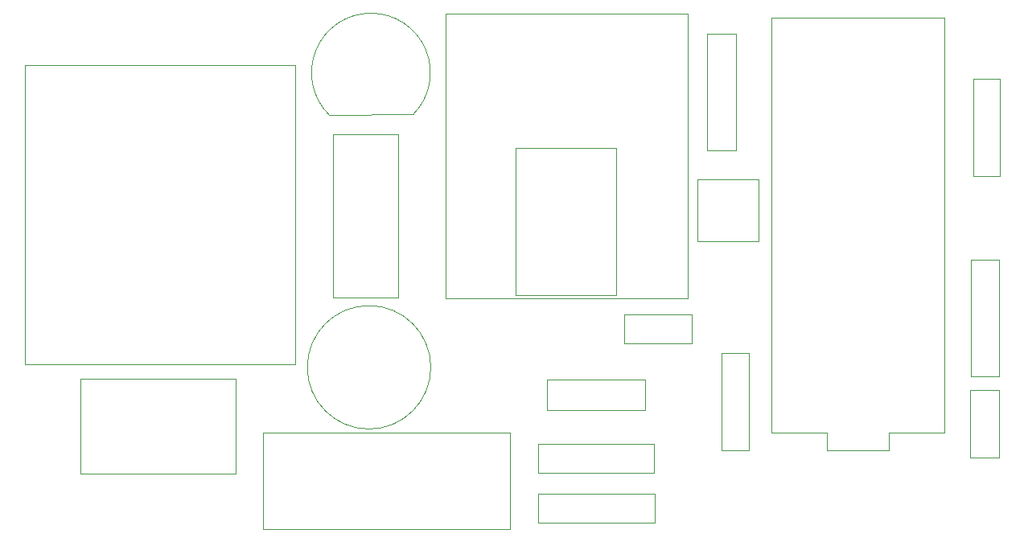
<source format=gbr>
%TF.GenerationSoftware,KiCad,Pcbnew,(6.0.7)*%
%TF.CreationDate,2022-10-25T14:44:23+02:00*%
%TF.ProjectId,Affichage_Temp_Humidite,41666669-6368-4616-9765-5f54656d705f,rev?*%
%TF.SameCoordinates,PX4692680PY2625a00*%
%TF.FileFunction,Other,User*%
%FSLAX46Y46*%
G04 Gerber Fmt 4.6, Leading zero omitted, Abs format (unit mm)*
G04 Created by KiCad (PCBNEW (6.0.7)) date 2022-10-25 14:44:23*
%MOMM*%
%LPD*%
G01*
G04 APERTURE LIST*
%ADD10C,0.050000*%
%ADD11C,0.120000*%
G04 APERTURE END LIST*
D10*
%TO.C,R2*%
X101640000Y-38950000D02*
X104640000Y-38950000D01*
X104640000Y-38950000D02*
X104640000Y-26690000D01*
X101640000Y-26690000D02*
X101640000Y-38950000D01*
X104640000Y-26690000D02*
X101640000Y-26690000D01*
%TO.C,R4*%
X56110000Y-51320000D02*
X56110000Y-54320000D01*
X68370000Y-54320000D02*
X68370000Y-51320000D01*
X68370000Y-51320000D02*
X56110000Y-51320000D01*
X56110000Y-54320000D02*
X68370000Y-54320000D01*
D11*
%TO.C,D1*%
X34075024Y-11402680D02*
X42935300Y-11392400D01*
X42935300Y-11392400D02*
G75*
G03*
X34075024Y-11402680I-4435268J4416199D01*
G01*
D10*
%TO.C,C2*%
X41340000Y-13440000D02*
X34540000Y-13440000D01*
X34540000Y-30640000D02*
X41340000Y-30640000D01*
X41340000Y-30640000D02*
X41340000Y-13440000D01*
X34540000Y-13440000D02*
X34540000Y-30640000D01*
%TO.C,D3*%
X57020000Y-42480000D02*
X67340000Y-42480000D01*
X57020000Y-39280000D02*
X57020000Y-42480000D01*
X67340000Y-39280000D02*
X57020000Y-39280000D01*
X67340000Y-42480000D02*
X67340000Y-39280000D01*
%TO.C,R1*%
X73900000Y-15130000D02*
X76900000Y-15130000D01*
X76900000Y-15130000D02*
X76900000Y-2870000D01*
X73900000Y-2870000D02*
X73900000Y-15130000D01*
X76900000Y-2870000D02*
X73900000Y-2870000D01*
%TO.C,F1*%
X27130000Y-44910000D02*
X53130000Y-44910000D01*
X53130000Y-44910000D02*
X53130000Y-55010000D01*
X27130000Y-55010000D02*
X27130000Y-44910000D01*
X53130000Y-55010000D02*
X27130000Y-55010000D01*
%TO.C,R3*%
X56070000Y-49100000D02*
X68330000Y-49100000D01*
X68330000Y-49100000D02*
X68330000Y-46100000D01*
X68330000Y-46100000D02*
X56070000Y-46100000D01*
X56070000Y-46100000D02*
X56070000Y-49100000D01*
%TO.C,TR1*%
X2050000Y-37650000D02*
X30550000Y-37650000D01*
X30550000Y-6150000D02*
X2050000Y-6150000D01*
X2050000Y-37650000D02*
X2050000Y-6150000D01*
X30550000Y-6150000D02*
X30550000Y-37650000D01*
%TO.C,D2*%
X72850000Y-18250000D02*
X72850000Y-24750000D01*
X79300000Y-24750000D02*
X79300000Y-18250000D01*
X79300000Y-18250000D02*
X72850000Y-18250000D01*
X72850000Y-24750000D02*
X79300000Y-24750000D01*
%TO.C,J3*%
X75412000Y-46727000D02*
X75412000Y-36473000D01*
X78248000Y-36473000D02*
X78248000Y-46727000D01*
X75412000Y-36473000D02*
X78248000Y-36473000D01*
X78248000Y-46727000D02*
X75412000Y-46727000D01*
%TO.C,C1*%
X44800000Y-38000000D02*
G75*
G03*
X44800000Y-38000000I-6500000J0D01*
G01*
%TO.C,C3*%
X72280000Y-32470000D02*
X65180000Y-32470000D01*
X65180000Y-35470000D02*
X72280000Y-35470000D01*
X65180000Y-32470000D02*
X65180000Y-35470000D01*
X72280000Y-35470000D02*
X72280000Y-32470000D01*
%TO.C,A1*%
X93005000Y-46755000D02*
X93005000Y-44850000D01*
X86535000Y-44850000D02*
X86535000Y-46755000D01*
X80615000Y-44850000D02*
X80615000Y-1170000D01*
X86535000Y-46755000D02*
X93005000Y-46755000D01*
X98895000Y-1170000D02*
X98895000Y-44850000D01*
X80615000Y-44850000D02*
X86535000Y-44850000D01*
X93005000Y-44850000D02*
X98895000Y-44850000D01*
X80615000Y-1170000D02*
X98895000Y-1170000D01*
%TO.C,C4*%
X101580000Y-40400000D02*
X101580000Y-47500000D01*
X101580000Y-47500000D02*
X104580000Y-47500000D01*
X104580000Y-47500000D02*
X104580000Y-40400000D01*
X104580000Y-40400000D02*
X101580000Y-40400000D01*
%TO.C,J2*%
X101862000Y-17877000D02*
X101862000Y-7623000D01*
X104698000Y-17877000D02*
X101862000Y-17877000D01*
X104698000Y-7623000D02*
X104698000Y-17877000D01*
X101862000Y-7623000D02*
X104698000Y-7623000D01*
D11*
%TO.C,U1*%
X53690000Y-30370000D02*
X53690000Y-14870000D01*
X71840000Y-30770000D02*
X71840000Y-770000D01*
X46340000Y-30770000D02*
X46340000Y-770000D01*
X53690000Y-14870000D02*
X64290000Y-14870000D01*
X71840000Y-30770000D02*
X46340000Y-30770000D01*
X53690000Y-30370000D02*
X64290000Y-30370000D01*
X71840000Y-770000D02*
X46340000Y-770000D01*
X64290000Y-30370000D02*
X64290000Y-14870000D01*
D10*
%TO.C,J1*%
X24250000Y-39170000D02*
X24250000Y-49170000D01*
X24250000Y-49170000D02*
X7910000Y-49170000D01*
X7910000Y-49170000D02*
X7910000Y-39170000D01*
X7910000Y-39170000D02*
X24250000Y-39170000D01*
%TD*%
M02*

</source>
